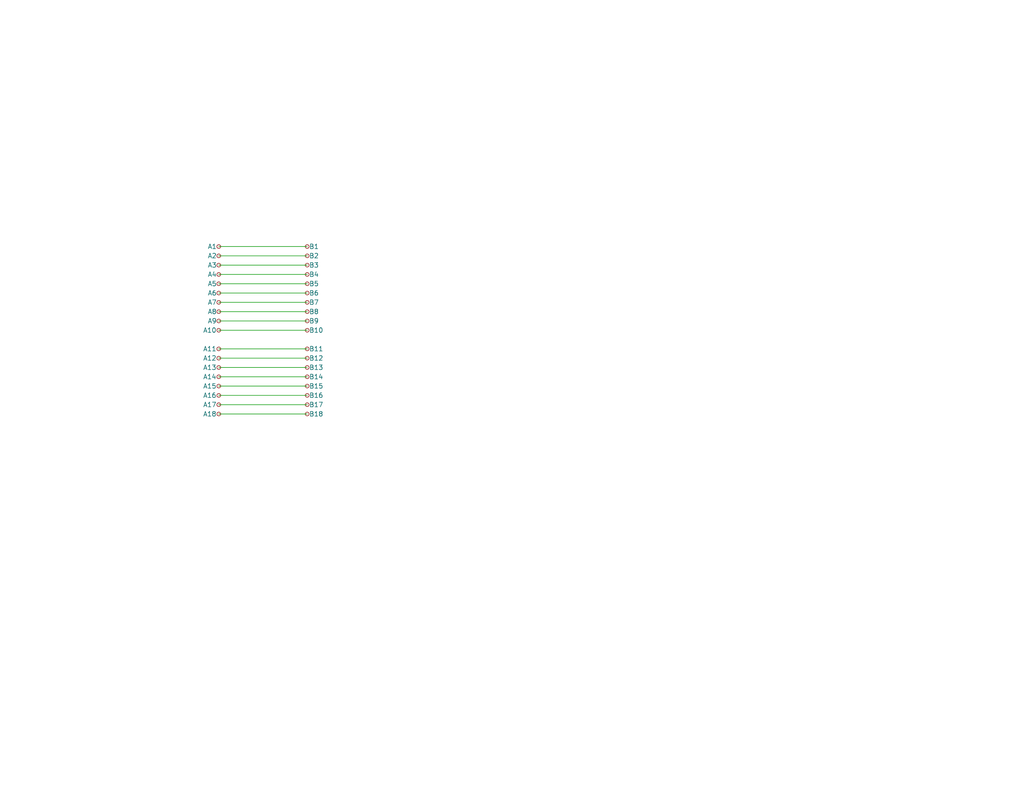
<source format=kicad_sch>
(kicad_sch (version 20250114) (generator "eeschema") (generator_version "9.0")
  (paper "USLetter")
  (title_block (title "Manually Designed FPC Toroid Windings") (date "2025-12-23") (company "WB7NAB"))
  (lib_symbols
    (symbol "Connector:TestPoint_Small" (pin_numbers (hide yes)) (pin_names (offset 0.762) (hide yes))
      (property "Reference" "TP" (at 0 3.81 0))
      (property "Value" "TestPoint_Small" (at 0 2.032 0))
      (symbol "TestPoint_Small_0_1"
        (circle (center 0 0) (radius 0.508))
      )
      (symbol "TestPoint_Small_1_1"
        (pin passive line (at 0 0 90) (length 0) (name "1") (number "1"))
      )
    )
  )
  (wire (pts (xy 59.69 113.03) (xy 83.82 113.03)))
  (wire (pts (xy 59.69 74.93) (xy 83.82 74.93)))
  (wire (pts (xy 59.69 102.87) (xy 83.82 102.87)))
  (wire (pts (xy 59.69 67.31) (xy 83.82 67.31)))
  (wire (pts (xy 59.69 95.25) (xy 83.82 95.25)))
  (wire (pts (xy 59.69 105.41) (xy 83.82 105.41)))
  (wire (pts (xy 59.69 97.79) (xy 83.82 97.79)))
  (wire (pts (xy 59.69 100.33) (xy 83.82 100.33)))
  (wire (pts (xy 59.69 82.55) (xy 83.82 82.55)))
  (wire (pts (xy 59.69 90.17) (xy 83.82 90.17)))
  (wire (pts (xy 59.69 69.85) (xy 83.82 69.85)))
  (wire (pts (xy 59.69 72.39) (xy 83.82 72.39)))
  (wire (pts (xy 59.69 77.47) (xy 83.82 77.47)))
  (wire (pts (xy 59.69 87.63) (xy 83.82 87.63)))
  (wire (pts (xy 59.69 107.95) (xy 83.82 107.95)))
  (wire (pts (xy 59.69 85.09) (xy 83.82 85.09)))
  (wire (pts (xy 59.69 80.01) (xy 83.82 80.01)))
  (wire (pts (xy 59.69 110.49) (xy 83.82 110.49)))
  (symbol (lib_id "Connector:TestPoint_Small") (at 83.82 90.17 0) (mirror y) (unit 1)
    (property "Reference" "B10" (at 84.328 90.17 0) (effects (justify right)))
    (property "Value" "TestPoint_Small" (effects (hide yes)))
    (property "Footprint" "Library:3.5A-lap-pad" (effects (hide yes)))
    (property "Description" "3.5A capacity lap joint pad" (effects (hide yes)))
  )
  (symbol (lib_id "Connector:TestPoint_Small") (at 83.82 97.79 0) (mirror y) (unit 1)
    (property "Reference" "B12" (at 84.328 97.79 0) (effects (justify right)))
    (property "Value" "TestPoint_Small" (effects (hide yes)))
    (property "Footprint" "Library:3.5A-lap-pad" (effects (hide yes)))
    (property "Description" "3.5A capacity lap joint pad" (effects (hide yes)))
  )
  (symbol (lib_id "Connector:TestPoint_Small") (at 83.82 100.33 0) (mirror y) (unit 1)
    (property "Reference" "B13" (at 84.328 100.33 0) (effects (justify right)))
    (property "Value" "TestPoint_Small" (effects (hide yes)))
    (property "Footprint" "Library:3.5A-lap-pad" (effects (hide yes)))
    (property "Description" "3.5A capacity lap joint pad" (effects (hide yes)))
  )
  (symbol (lib_id "Connector:TestPoint_Small") (at 83.82 113.03 0) (mirror y) (unit 1)
    (property "Reference" "B18" (at 84.328 113.03 0) (effects (justify right)))
    (property "Value" "TestPoint_Small" (effects (hide yes)))
    (property "Footprint" "Library:3.5A-lap-pad" (effects (hide yes)))
    (property "Description" "3.5A capacity lap joint pad" (effects (hide yes)))
  )
  (symbol (lib_id "Connector:TestPoint_Small") (at 83.82 95.25 0) (mirror y) (unit 1)
    (property "Reference" "B11" (at 84.328 95.25 0) (effects (justify right)))
    (property "Value" "TestPoint_Small" (effects (hide yes)))
    (property "Footprint" "Library:3.5A-lap-pad" (effects (hide yes)))
    (property "Description" "3.5A capacity lap joint pad" (effects (hide yes)))
  )
  (symbol (lib_id "Connector:TestPoint_Small") (at 59.69 87.63 0) (unit 1)
    (property "Reference" "A9" (at 56.642 87.63 0) (effects (justify left)))
    (property "Value" "TestPoint_Small" (effects (hide yes)))
    (property "Footprint" "Library:3.5A-lap-pad" (effects (hide yes)))
    (property "Description" "3.5A capacity lap joint pad" (effects (hide yes)))
  )
  (symbol (lib_id "Connector:TestPoint_Small") (at 59.69 90.17 0) (unit 1)
    (property "Reference" "A10" (at 55.372 90.17 0) (effects (justify left)))
    (property "Value" "TestPoint_Small" (effects (hide yes)))
    (property "Footprint" "Library:3.5A-lap-pad" (effects (hide yes)))
    (property "Description" "3.5A capacity lap joint pad" (effects (hide yes)))
  )
  (symbol (lib_id "Connector:TestPoint_Small") (at 83.82 110.49 0) (mirror y) (unit 1)
    (property "Reference" "B17" (at 84.328 110.49 0) (effects (justify right)))
    (property "Value" "TestPoint_Small" (effects (hide yes)))
    (property "Footprint" "Library:3.5A-lap-pad" (effects (hide yes)))
    (property "Description" "3.5A capacity lap joint pad" (effects (hide yes)))
  )
  (symbol (lib_id "Connector:TestPoint_Small") (at 83.82 77.47 0) (mirror y) (unit 1)
    (property "Reference" "B5" (at 84.328 77.47 0) (effects (justify right)))
    (property "Value" "TestPoint_Small" (effects (hide yes)))
    (property "Footprint" "Library:3.5A-lap-pad" (effects (hide yes)))
    (property "Description" "3.5A capacity lap joint pad" (effects (hide yes)))
  )
  (symbol (lib_id "Connector:TestPoint_Small") (at 83.82 87.63 0) (mirror y) (unit 1)
    (property "Reference" "B9" (at 84.328 87.63 0) (effects (justify right)))
    (property "Value" "TestPoint_Small" (effects (hide yes)))
    (property "Footprint" "Library:3.5A-lap-pad" (effects (hide yes)))
    (property "Description" "3.5A capacity lap joint pad" (effects (hide yes)))
  )
  (symbol (lib_id "Connector:TestPoint_Small") (at 59.69 85.09 0) (unit 1)
    (property "Reference" "A8" (at 56.642 85.09 0) (effects (justify left)))
    (property "Value" "TestPoint_Small" (effects (hide yes)))
    (property "Footprint" "Library:3.5A-lap-pad" (effects (hide yes)))
    (property "Description" "3.5A capacity lap joint pad" (effects (hide yes)))
  )
  (symbol (lib_id "Connector:TestPoint_Small") (at 83.82 85.09 0) (mirror y) (unit 1)
    (property "Reference" "B8" (at 84.328 85.09 0) (effects (justify right)))
    (property "Value" "TestPoint_Small" (effects (hide yes)))
    (property "Footprint" "Library:3.5A-lap-pad" (effects (hide yes)))
    (property "Description" "3.5A capacity lap joint pad" (effects (hide yes)))
  )
  (symbol (lib_id "Connector:TestPoint_Small") (at 83.82 102.87 0) (mirror y) (unit 1)
    (property "Reference" "B14" (at 84.328 102.87 0) (effects (justify right)))
    (property "Value" "TestPoint_Small" (effects (hide yes)))
    (property "Footprint" "Library:3.5A-lap-pad" (effects (hide yes)))
    (property "Description" "3.5A capacity lap joint pad" (effects (hide yes)))
  )
  (symbol (lib_id "Connector:TestPoint_Small") (at 59.69 80.01 0) (unit 1)
    (property "Reference" "A6" (at 56.642 80.01 0) (effects (justify left)))
    (property "Value" "TestPoint_Small" (effects (hide yes)))
    (property "Footprint" "Library:3.5A-lap-pad" (effects (hide yes)))
    (property "Description" "3.5A capacity lap joint pad" (effects (hide yes)))
  )
  (symbol (lib_id "Connector:TestPoint_Small") (at 59.69 102.87 0) (unit 1)
    (property "Reference" "A14" (at 55.372 102.87 0) (effects (justify left)))
    (property "Value" "TestPoint_Small" (effects (hide yes)))
    (property "Footprint" "Library:3.5A-lap-pad" (effects (hide yes)))
    (property "Description" "3.5A capacity lap joint pad" (effects (hide yes)))
  )
  (symbol (lib_id "Connector:TestPoint_Small") (at 59.69 82.55 0) (unit 1)
    (property "Reference" "A7" (at 56.642 82.55 0) (effects (justify left)))
    (property "Value" "TestPoint_Small" (effects (hide yes)))
    (property "Footprint" "Library:3.5A-lap-pad" (effects (hide yes)))
    (property "Description" "3.5A capacity lap joint pad" (effects (hide yes)))
  )
  (symbol (lib_id "Connector:TestPoint_Small") (at 59.69 105.41 0) (unit 1)
    (property "Reference" "A15" (at 55.372 105.41 0) (effects (justify left)))
    (property "Value" "TestPoint_Small" (effects (hide yes)))
    (property "Footprint" "Library:3.5A-lap-pad" (effects (hide yes)))
    (property "Description" "3.5A capacity lap joint pad" (effects (hide yes)))
  )
  (symbol (lib_id "Connector:TestPoint_Small") (at 83.82 72.39 0) (mirror y) (unit 1)
    (property "Reference" "B3" (at 84.328 72.39 0) (effects (justify right)))
    (property "Value" "TestPoint_Small" (effects (hide yes)))
    (property "Footprint" "Library:3.5A-lap-pad" (effects (hide yes)))
    (property "Description" "3.5A capacity lap joint pad" (effects (hide yes)))
  )
  (symbol (lib_id "Connector:TestPoint_Small") (at 59.69 100.33 0) (unit 1)
    (property "Reference" "A13" (at 55.372 100.33 0) (effects (justify left)))
    (property "Value" "TestPoint_Small" (effects (hide yes)))
    (property "Footprint" "Library:3.5A-lap-pad" (effects (hide yes)))
    (property "Description" "3.5A capacity lap joint pad" (effects (hide yes)))
  )
  (symbol (lib_id "Connector:TestPoint_Small") (at 83.82 80.01 0) (mirror y) (unit 1)
    (property "Reference" "B6" (at 84.328 80.01 0) (effects (justify right)))
    (property "Value" "TestPoint_Small" (effects (hide yes)))
    (property "Footprint" "Library:3.5A-lap-pad" (effects (hide yes)))
    (property "Description" "3.5A capacity lap joint pad" (effects (hide yes)))
  )
  (symbol (lib_id "Connector:TestPoint_Small") (at 59.69 69.85 0) (unit 1)
    (property "Reference" "A2" (at 56.642 69.85 0) (effects (justify left)))
    (property "Value" "TestPoint_Small" (effects (hide yes)))
    (property "Footprint" "Library:3.5A-lap-pad" (effects (hide yes)))
    (property "Description" "3.5A capacity lap joint pad" (effects (hide yes)))
  )
  (symbol (lib_id "Connector:TestPoint_Small") (at 83.82 74.93 0) (mirror y) (unit 1)
    (property "Reference" "B4" (at 84.328 74.93 0) (effects (justify right)))
    (property "Value" "TestPoint_Small" (effects (hide yes)))
    (property "Footprint" "Library:3.5A-lap-pad" (effects (hide yes)))
    (property "Description" "3.5A capacity lap joint pad" (effects (hide yes)))
  )
  (symbol (lib_id "Connector:TestPoint_Small") (at 83.82 67.31 0) (mirror y) (unit 1)
    (property "Reference" "B1" (at 84.328 67.31 0) (effects (justify right)))
    (property "Value" "TestPoint_Small" (effects (hide yes)))
    (property "Footprint" "Library:3.5A-lap-pad" (effects (hide yes)))
    (property "Description" "3.5A capacity lap joint pad" (effects (hide yes)))
  )
  (symbol (lib_id "Connector:TestPoint_Small") (at 83.82 105.41 0) (mirror y) (unit 1)
    (property "Reference" "B15" (at 84.328 105.41 0) (effects (justify right)))
    (property "Value" "TestPoint_Small" (effects (hide yes)))
    (property "Footprint" "Library:3.5A-lap-pad" (effects (hide yes)))
    (property "Description" "3.5A capacity lap joint pad" (effects (hide yes)))
  )
  (symbol (lib_id "Connector:TestPoint_Small") (at 59.69 107.95 0) (unit 1)
    (property "Reference" "A16" (at 55.372 107.95 0) (effects (justify left)))
    (property "Value" "TestPoint_Small" (effects (hide yes)))
    (property "Footprint" "Library:3.5A-lap-pad" (effects (hide yes)))
    (property "Description" "3.5A capacity lap joint pad" (effects (hide yes)))
  )
  (symbol (lib_id "Connector:TestPoint_Small") (at 59.69 110.49 0) (unit 1)
    (property "Reference" "A17" (at 55.372 110.49 0) (effects (justify left)))
    (property "Value" "TestPoint_Small" (effects (hide yes)))
    (property "Footprint" "Library:3.5A-lap-pad" (effects (hide yes)))
    (property "Description" "3.5A capacity lap joint pad" (effects (hide yes)))
  )
  (symbol (lib_id "Connector:TestPoint_Small") (at 59.69 74.93 0) (unit 1)
    (property "Reference" "A4" (at 56.642 74.93 0) (effects (justify left)))
    (property "Value" "TestPoint_Small" (effects (hide yes)))
    (property "Footprint" "Library:3.5A-lap-pad" (effects (hide yes)))
    (property "Description" "3.5A capacity lap joint pad" (effects (hide yes)))
  )
  (symbol (lib_id "Connector:TestPoint_Small") (at 83.82 69.85 0) (mirror y) (unit 1)
    (property "Reference" "B2" (at 84.328 69.85 0) (effects (justify right)))
    (property "Value" "TestPoint_Small" (effects (hide yes)))
    (property "Footprint" "Library:3.5A-lap-pad" (effects (hide yes)))
    (property "Description" "3.5A capacity lap joint pad" (effects (hide yes)))
  )
  (symbol (lib_id "Connector:TestPoint_Small") (at 59.69 72.39 0) (unit 1)
    (property "Reference" "A3" (at 56.642 72.39 0) (effects (justify left)))
    (property "Value" "TestPoint_Small" (effects (hide yes)))
    (property "Footprint" "Library:3.5A-lap-pad" (effects (hide yes)))
    (property "Description" "3.5A capacity lap joint pad" (effects (hide yes)))
  )
  (symbol (lib_id "Connector:TestPoint_Small") (at 59.69 67.31 0) (unit 1)
    (property "Reference" "A1" (at 56.642 67.31 0) (effects (justify left)))
    (property "Value" "TestPoint_Small" (effects (hide yes)))
    (property "Footprint" "Library:3.5A-lap-pad" (effects (hide yes)))
    (property "Description" "3.5A capacity lap joint pad" (effects (hide yes)))
  )
  (symbol (lib_id "Connector:TestPoint_Small") (at 83.82 107.95 0) (mirror y) (unit 1)
    (property "Reference" "B16" (at 84.328 107.95 0) (effects (justify right)))
    (property "Value" "TestPoint_Small" (effects (hide yes)))
    (property "Footprint" "Library:3.5A-lap-pad" (effects (hide yes)))
    (property "Description" "3.5A capacity lap joint pad" (effects (hide yes)))
  )
  (symbol (lib_id "Connector:TestPoint_Small") (at 59.69 113.03 0) (unit 1)
    (property "Reference" "A18" (at 55.372 113.03 0) (effects (justify left)))
    (property "Value" "TestPoint_Small" (effects (hide yes)))
    (property "Footprint" "Library:3.5A-lap-pad" (effects (hide yes)))
    (property "Description" "3.5A capacity lap joint pad" (effects (hide yes)))
  )
  (symbol (lib_id "Connector:TestPoint_Small") (at 83.82 82.55 0) (mirror y) (unit 1)
    (property "Reference" "B7" (at 84.328 82.55 0) (effects (justify right)))
    (property "Value" "TestPoint_Small" (effects (hide yes)))
    (property "Footprint" "Library:3.5A-lap-pad" (effects (hide yes)))
    (property "Description" "3.5A capacity lap joint pad" (effects (hide yes)))
  )
  (symbol (lib_id "Connector:TestPoint_Small") (at 59.69 97.79 0) (unit 1)
    (property "Reference" "A12" (at 55.372 97.79 0) (effects (justify left)))
    (property "Value" "TestPoint_Small" (effects (hide yes)))
    (property "Footprint" "Library:3.5A-lap-pad" (effects (hide yes)))
    (property "Description" "3.5A capacity lap joint pad" (effects (hide yes)))
  )
  (symbol (lib_id "Connector:TestPoint_Small") (at 59.69 95.25 0) (unit 1)
    (property "Reference" "A11" (at 55.372 95.25 0) (effects (justify left)))
    (property "Value" "TestPoint_Small" (effects (hide yes)))
    (property "Footprint" "Library:3.5A-lap-pad" (effects (hide yes)))
    (property "Description" "3.5A capacity lap joint pad" (effects (hide yes)))
  )
  (symbol (lib_id "Connector:TestPoint_Small") (at 59.69 77.47 0) (unit 1)
    (property "Reference" "A5" (at 56.642 77.47 0) (effects (justify left)))
    (property "Value" "TestPoint_Small" (effects (hide yes)))
    (property "Footprint" "Library:3.5A-lap-pad" (effects (hide yes)))
    (property "Description" "3.5A capacity lap joint pad" (effects (hide yes)))
  )
)
</source>
